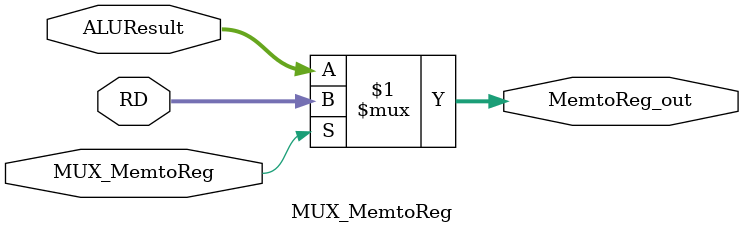
<source format=sv>
module MUX_MemtoReg(
    input logic MUX_MemtoReg,
    input logic[31:0] ALUResult,
    input logic[31:0] RD, //from data memory
    output logic[31:0] MemtoReg_out
);

assign MemtoReg_out = MUX_MemtoReg ? RD : ALUResult;

endmodule
</source>
